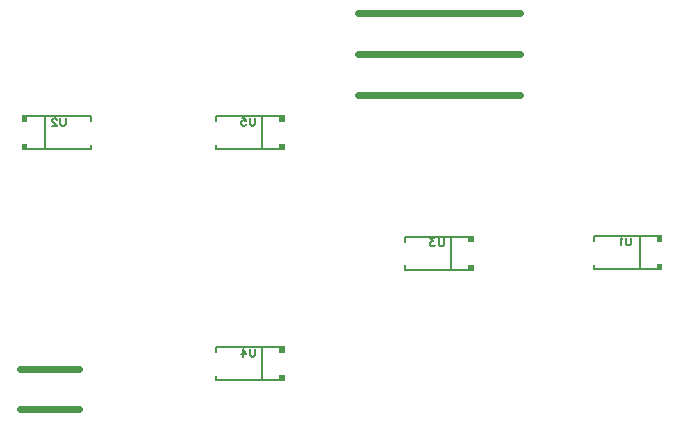
<source format=gbo>
G04 Layer: BottomSilkscreenLayer*
G04 EasyEDA Pro v2.2.45.4, 2025-12-25 15:41:57*
G04 Gerber Generator version 0.3*
G04 Scale: 100 percent, Rotated: No, Reflected: No*
G04 Dimensions in millimeters*
G04 Leading zeros omitted, absolute positions, 4 integers and 5 decimals*
G04 Generated by custom config*
%FSLAX45Y45*%
%MOMM*%
%ADD10C,0.1524*%
%ADD11C,0.6*%
%ADD12C,0.8814*%
G75*


G04 Text Start*
G54D10*
G01X5874370Y1852564D02*
G01X5874370Y1806082D01*
G01X5871322Y1796938D01*
G01X5864972Y1790588D01*
G01X5855828Y1787540D01*
G01X5849478Y1787540D01*
G01X5840334Y1790588D01*
G01X5834238Y1796938D01*
G01X5830936Y1806082D01*
G01X5830936Y1852564D01*
G01X5800710Y1840118D02*
G01X5794614Y1843420D01*
G01X5785470Y1852564D01*
G01X5785470Y1787540D01*
G01X1086018Y2864678D02*
G01X1086018Y2818196D01*
G01X1082970Y2809052D01*
G01X1076620Y2802702D01*
G01X1067476Y2799654D01*
G01X1061126Y2799654D01*
G01X1051982Y2802702D01*
G01X1045886Y2809052D01*
G01X1042584Y2818196D01*
G01X1042584Y2864678D01*
G01X1009310Y2849184D02*
G01X1009310Y2852232D01*
G01X1006262Y2858582D01*
G01X1003214Y2861630D01*
G01X997118Y2864678D01*
G01X984672Y2864678D01*
G01X978322Y2861630D01*
G01X975274Y2858582D01*
G01X972226Y2852232D01*
G01X972226Y2846136D01*
G01X975274Y2840040D01*
G01X981624Y2830642D01*
G01X1012358Y2799654D01*
G01X969178Y2799654D01*
G01X4289241Y1847376D02*
G01X4289241Y1800894D01*
G01X4286193Y1791750D01*
G01X4279843Y1785400D01*
G01X4270699Y1782352D01*
G01X4264349Y1782352D01*
G01X4255205Y1785400D01*
G01X4249109Y1791750D01*
G01X4245807Y1800894D01*
G01X4245807Y1847376D01*
G01X4209485Y1847376D02*
G01X4175449Y1847376D01*
G01X4193991Y1822738D01*
G01X4184847Y1822738D01*
G01X4178497Y1819690D01*
G01X4175449Y1816388D01*
G01X4172401Y1807244D01*
G01X4172401Y1800894D01*
G01X4175449Y1791750D01*
G01X4181545Y1785400D01*
G01X4190943Y1782352D01*
G01X4200341Y1782352D01*
G01X4209485Y1785400D01*
G01X4212533Y1788702D01*
G01X4215581Y1794798D01*
G01X2690565Y912630D02*
G01X2690565Y866148D01*
G01X2687517Y857004D01*
G01X2681167Y850654D01*
G01X2672023Y847606D01*
G01X2665673Y847606D01*
G01X2656529Y850654D01*
G01X2650433Y857004D01*
G01X2647131Y866148D01*
G01X2647131Y912630D01*
G01X2586171Y912630D02*
G01X2616905Y869450D01*
G01X2570677Y869450D01*
G01X2586171Y912630D02*
G01X2586171Y847606D01*
G01X2689041Y2868430D02*
G01X2689041Y2821948D01*
G01X2685993Y2812804D01*
G01X2679643Y2806454D01*
G01X2670499Y2803406D01*
G01X2664149Y2803406D01*
G01X2655005Y2806454D01*
G01X2648909Y2812804D01*
G01X2645607Y2821948D01*
G01X2645607Y2868430D01*
G01X2578297Y2868430D02*
G01X2609285Y2868430D01*
G01X2612333Y2840744D01*
G01X2609285Y2843792D01*
G01X2600141Y2846840D01*
G01X2590743Y2846840D01*
G01X2581345Y2843792D01*
G01X2575249Y2837442D01*
G01X2572201Y2828298D01*
G01X2572201Y2821948D01*
G01X2575249Y2812804D01*
G01X2581345Y2806454D01*
G01X2590743Y2803406D01*
G01X2600141Y2803406D01*
G01X2609285Y2806454D01*
G01X2612333Y2809756D01*
G01X2615381Y2815852D01*
G04 Text End*

G04 PolygonModel Start*
G54D11*
G01X3557700Y3752850D02*
G01X4931700Y3752850D01*
G01X3557700Y3409950D02*
G01X4931700Y3409950D01*
G01X697900Y742950D02*
G01X1197900Y742995D01*
G01X697900Y400050D02*
G01X1197900Y400050D01*
G01X3557700Y3060700D02*
G01X4931700Y3060700D01*
G54D10*
G01X6101682Y1584516D02*
G01X5556435Y1584516D01*
G01X5948741Y1864759D02*
G01X5948741Y1584516D01*
G01X6101682Y1864759D02*
G01X5556435Y1864759D01*
G01X5556435Y1864759D02*
G01X5556435Y1824606D01*
G01X5556435Y1584516D02*
G01X5556435Y1624668D01*
G36*
G01X6094059Y1872376D02*
G01X6094059Y1819526D01*
G01X6139779Y1819526D01*
G01X6139779Y1872376D01*
G01X6094059Y1872376D01*
G37*
G36*
G01X6094059Y1576898D02*
G01X6094059Y1629748D01*
G01X6139779Y1629748D01*
G01X6139779Y1576898D01*
G01X6094059Y1576898D01*
G37*
G01X755835Y2880759D02*
G01X1301082Y2880759D01*
G01X908776Y2600516D02*
G01X908776Y2880759D01*
G01X755835Y2600516D02*
G01X1301082Y2600516D01*
G01X1301082Y2600516D02*
G01X1301082Y2640668D01*
G01X1301082Y2880759D02*
G01X1301082Y2840606D01*
G36*
G01X763458Y2592898D02*
G01X763458Y2645748D01*
G01X717738Y2645748D01*
G01X717738Y2592898D01*
G01X763458Y2592898D01*
G37*
G36*
G01X763458Y2888376D02*
G01X763458Y2835526D01*
G01X717738Y2835526D01*
G01X717738Y2888376D01*
G01X763458Y2888376D01*
G37*
G01X4502583Y1579328D02*
G01X3957337Y1579328D01*
G01X4349642Y1859571D02*
G01X4349642Y1579328D01*
G01X4502583Y1859571D02*
G01X3957337Y1859571D01*
G01X3957337Y1859571D02*
G01X3957337Y1819419D01*
G01X3957337Y1579328D02*
G01X3957337Y1619480D01*
G36*
G01X4494961Y1867188D02*
G01X4494961Y1814339D01*
G01X4540681Y1814339D01*
G01X4540681Y1867188D01*
G01X4494961Y1867188D01*
G37*
G36*
G01X4494961Y1571710D02*
G01X4494961Y1624560D01*
G01X4540681Y1624560D01*
G01X4540681Y1571710D01*
G01X4494961Y1571710D01*
G37*
G01X2902383Y644581D02*
G01X2357137Y644581D01*
G01X2749442Y924824D02*
G01X2749442Y644581D01*
G01X2902383Y924824D02*
G01X2357137Y924824D01*
G01X2357137Y924824D02*
G01X2357137Y884672D01*
G01X2357137Y644581D02*
G01X2357137Y684733D01*
G36*
G01X2894761Y932442D02*
G01X2894761Y879592D01*
G01X2940481Y879592D01*
G01X2940481Y932442D01*
G01X2894761Y932442D01*
G37*
G36*
G01X2894761Y636963D02*
G01X2894761Y689813D01*
G01X2940481Y689813D01*
G01X2940481Y636963D01*
G01X2894761Y636963D01*
G37*
G01X2902383Y2600381D02*
G01X2357137Y2600381D01*
G01X2749442Y2880624D02*
G01X2749442Y2600381D01*
G01X2902383Y2880624D02*
G01X2357137Y2880624D01*
G01X2357137Y2880624D02*
G01X2357137Y2840472D01*
G01X2357137Y2600381D02*
G01X2357137Y2640533D01*
G36*
G01X2894761Y2888242D02*
G01X2894761Y2835392D01*
G01X2940481Y2835392D01*
G01X2940481Y2888242D01*
G01X2894761Y2888242D01*
G37*
G36*
G01X2894761Y2592763D02*
G01X2894761Y2645613D01*
G01X2940481Y2645613D01*
G01X2940481Y2592763D01*
G01X2894761Y2592763D01*
G37*

M02*


</source>
